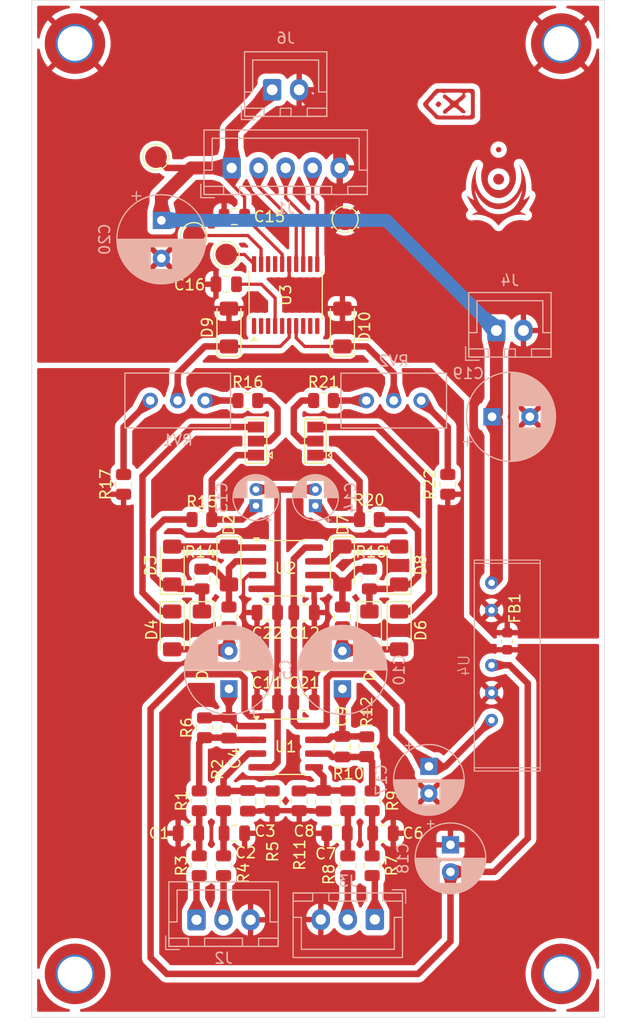
<source format=kicad_pcb>
(kicad_pcb (version 20241229) (generator "pcbnew") (generator_version "9.0")
  (layers (0 "F.Cu" signal) (2 "B.Cu" signal) (13 "F.Paste" user) (15 "B.Paste" user) (5 "F.SilkS" user "F.Silkscreen") (7 "B.SilkS" user "B.Silkscreen") (1 "F.Mask" user) (3 "B.Mask" user) (25 "Edge.Cuts" user))
  (net 0 "")
  (net 1 "Net-(C1-Pad1)")
  (net 2 "GNDA")
  (net 3 "Net-(C2-Pad1)")
  (net 4 "Net-(U1A-+)")
  (net 5 "Net-(U1A--)")
  (net 6 "Net-(C4-Pad2)")
  (net 7 "Net-(D1-A)")
  (net 8 "Net-(C6-Pad1)")
  (net 9 "Net-(C7-Pad1)")
  (net 10 "Net-(U1B-+)")
  (net 11 "Net-(C10-Pad1)")
  (net 12 "Net-(U1B--)")
  (net 13 "Net-(D5-A)")
  (net 14 "-15V")
  (net 15 "+15V")
  (net 16 "Net-(JP1-A)")
  (net 17 "Net-(JP2-A)")
  (net 18 "GNDD")
  (net 19 "Net-(U3-PC3{slash}RST)")
  (net 20 "+5V")
  (net 21 "Net-(D1-K)")
  (net 22 "Net-(D2-A)")
  (net 23 "Net-(D2-K)")
  (net 24 "Net-(D4-K)")
  (net 25 "Net-(D5-K)")
  (net 26 "Net-(D6-K)")
  (net 27 "Net-(D7-A)")
  (net 28 "Net-(D7-K)")
  (net 29 "L")
  (net 30 "R")
  (net 31 "MOSI")
  (net 32 "LATCH")
  (net 33 "SCK")
  (net 34 "L+")
  (net 35 "L-")
  (net 36 "R+")
  (net 37 "R-")
  (net 38 "Net-(JP1-C)")
  (net 39 "Net-(JP2-C)")
  (net 40 "Net-(R16-Pad1)")
  (net 41 "Net-(R17-Pad2)")
  (net 42 "Net-(R21-Pad1)")
  (net 43 "Net-(R22-Pad2)")
  (net 44 "Net-(U3-PC19{slash}SWCLK)")
  (net 45 "Net-(U3-PC18{slash}SWDIO)")
  (footprint "Resistor_SMD:R_0805_2012Metric" (layer "F.Cu") (at 74.25 119 -90)
    (property "Reference" "R5")
    (property "Value" "20k")
  )
  (footprint "Capacitor_SMD:C_0805_2012Metric" (layer "F.Cu") (at 70.25 112.25 90)
    (property "Reference" "C4")
    (property "Value" "10")
  )
  (footprint "Diode_SMD:D_MiniMELF" (layer "F.Cu") (at 86 103.25 -90)
    (property "Reference" "D6")
    (property "Value" "4148")
  )
  (footprint "TestPoint:TestPoint_Pad_D2.0mm" (layer "F.Cu") (at 63.5 59.5)
    (property "Reference" "TP5" (hide yes))
    (property "Value" "5V")
  )
  (footprint "Resistor_SMD:R_0805_2012Metric" (layer "F.Cu") (at 69.75 125 90)
    (property "Reference" "R4")
    (property "Value" "13.3k")
  )
  (footprint "Capacitor_SMD:C_0805_2012Metric" (layer "F.Cu") (at 70 71.25 180)
    (property "Reference" "C16")
    (property "Value" "0.1u")
  )
  (footprint "Capacitor_SMD:C_0805_2012Metric" (layer "F.Cu") (at 80.75 114 90)
    (property "Reference" "C9")
    (property "Value" "10")
  )
  (footprint "Resistor_SMD:R_0805_2012Metric" (layer "F.Cu") (at 83.25 98.5 90)
    (property "Reference" "R18")
    (property "Value" "47k")
  )
  (footprint "Capacitor_SMD:C_0805_2012Metric" (layer "F.Cu") (at 79 119 -90)
    (property "Reference" "C8")
    (property "Value" "10")
  )
  (footprint "Resistor_SMD:R_0805_2012Metric" (layer "F.Cu") (at 83 114 90)
    (property "Reference" "R12")
    (property "Value" "20k")
  )
  (footprint "MountingHole:MountingHole_3.2mm_M3_DIN965_Pad_TopOnly" (layer "F.Cu") (at 56 49)
    (property "Reference" "H1" (hide yes))
    (property "Value" "MountingHole_Pad")
  )
  (footprint "TestPoint:TestPoint_Pad_D2.0mm" (layer "F.Cu") (at 70 68.5)
    (property "Reference" "TP1" (hide yes))
    (property "Value" "SWCLK")
  )
  (footprint "Package_SO:TSSOP-20_4.4x6.5mm_P0.65mm" (layer "F.Cu") (at 75.5 72.25 90)
    (property "Reference" "U3")
    (property "Value" "CH32X035F7P6")
  )
  (footprint "Package_SO:SOP-8_3.9x4.9mm_P1.27mm" (layer "F.Cu") (at 75.5 97.5)
    (property "Reference" "U2")
    (property "Value" "LM2904")
  )
  (footprint "Resistor_SMD:R_0805_2012Metric" (layer "F.Cu") (at 81.25 119 90)
    (property "Reference" "R10")
    (property "Value" "13.3k")
  )
  (footprint "Resistor_SMD:R_0805_2012Metric" (layer "F.Cu") (at 70.25 102 90)
    (property "Reference" "R13")
    (property "Value" "47k")
  )
  (footprint "MountingHole:MountingHole_3.2mm_M3_DIN965_Pad_TopOnly" (layer "F.Cu") (at 56 135)
    (property "Reference" "H3" (hide yes))
    (property "Value" "MountingHole_Pad")
  )
  (footprint "Resistor_SMD:R_0805_2012Metric" (layer "F.Cu") (at 83.5 125 90)
    (property "Reference" "R7")
    (property "Value" "13.3k")
  )
  (footprint "Resistor_SMD:R_0805_2012Metric" (layer "F.Cu") (at 67.5 119 90)
    (property "Reference" "R1")
    (property "Value" "13.3k")
  )
  (footprint "Resistor_SMD:R_0805_2012Metric" (layer "F.Cu") (at 60.5 89.75 90)
    (property "Reference" "R17")
    (property "Value" "?")
  )
  (footprint "Diode_SMD:D_MiniMELF" (layer "F.Cu") (at 86 97.25 90)
    (property "Reference" "D8")
    (property "Value" "4148")
  )
  (footprint "Capacitor_SMD:C_0805_2012Metric" (layer "F.Cu") (at 80.25 122 180)
    (property "Reference" "C7")
    (property "Value" "47")
  )
  (footprint "Capacitor_SMD:C_0805_2012Metric" (layer "F.Cu") (at 72 119 -90)
    (property "Reference" "C3")
    (property "Value" "10")
  )
  (footprint "Capacitor_SMD:C_0805_2012Metric" (layer "F.Cu") (at 66.5 122 180)
    (property "Reference" "C1")
    (property "Value" "47")
  )
  (footprint "MountingHole:MountingHole_3.2mm_M3_DIN965_Pad_TopOnly" (layer "F.Cu") (at 101 49)
    (property "Reference" "H2" (hide yes))
    (property "Value" "MountingHole_Pad")
  )
  (footprint "Inductor_SMD:L_0603_1608Metric" (layer "F.Cu") (at 96 104.25 90)
    (property "Reference" "FB1")
    (property "Value" "~")
  )
  (footprint "Capacitor_SMD:C_0805_2012Metric" (layer "F.Cu") (at 73.8 101.6)
    (property "Reference" "C22")
    (property "Value" "0.1u")
  )
  (footprint "Capacitor_SMD:C_0805_2012Metric" (layer "F.Cu") (at 77.2 109.9)
    (property "Reference" "C21")
    (property "Value" "0.1u")
  )
  (footprint "Resistor_SMD:R_0805_2012Metric" (layer "F.Cu") (at 67.75 98.5 90)
    (property "Reference" "R14")
    (property "Value" "47k")
  )
  (footprint "Diode_SMD:D_MiniMELF" (layer "F.Cu") (at 80.75 97.25 -90)
    (property "Reference" "D7")
    (property "Value" "4148")
  )
  (footprint "Resistor_SMD:R_0805_2012Metric" (layer "F.Cu") (at 67.5 125 90)
    (property "Reference" "R3")
    (property "Value" "13.3k")
  )
  (footprint "Capacitor_SMD:C_0805_2012Metric" (layer "F.Cu") (at 77.2 101.6)
    (property "Reference" "C12")
    (property "Value" "0.1u")
  )
  (footprint "Diode_SMD:D_MiniMELF" (layer "F.Cu") (at 65 97.25 90)
    (property "Reference" "D3")
    (property "Value" "4148")
  )
  (footprint "Diode_SMD:D_MiniMELF" (layer "F.Cu") (at 70.25 75.25 90)
    (property "Reference" "D9")
    (property "Value" "5.1V")
  )
  (footprint "Logos:chernoburkv_F_Cu" (layer "F.Cu") (at 95.2 62.2)
    (property "Reference" "REF**" (hide yes))
    (property "Value" "chernoburkv_F_Cu")
  )
  (footprint "Capacitor_SMD:C_0805_2012Metric" (layer "F.Cu") (at 73.8 109.9)
    (property "Reference" "C11")
    (property "Value" "0.1u")
  )
  (footprint "Resistor_SMD:R_0805_2012Metric" (layer "F.Cu") (at 90.5 89.75 90)
    (property "Reference" "R22")
    (property "Value" "?")
  )
  (footprint "Resistor_SMD:R_0805_2012Metric" (layer "F.Cu") (at 67.75 93)
    (property "Reference" "R15")
    (property "Value" "1k")
  )
  (footprint "Diode_SMD:D_MiniMELF" (layer "F.Cu") (at 83.25 103.25 -90)
    (property "Reference" "D5")
    (property "Value" "4148")
  )
  (footprint "Jumper:SolderJumper-3_P1.3mm_Open_Pad1.0x1.5mm" (layer "F.Cu") (at 72.75 85.75 90)
    (property "Reference" "JP1" (hide yes))
    (property "Value" "L Input")
  )
  (footprint "Resistor_SMD:R_0805_2012Metric" (layer "F.Cu") (at 79 82 180)
    (property "Reference" "R21")
    (property "Value" "?")
  )
  (footprint "Resistor_SMD:R_0805_2012Metric" (layer "F.Cu") (at 80.75 102 90)
    (property "Reference" "R19")
    (property "Value" "47k")
  )
  (footprint "Jumper:SolderJumper-3_P1.3mm_Open_Pad1.0x1.5mm" (layer "F.Cu") (at 78.25 85.75 90)
    (property "Reference" "JP2" (hide yes))
    (property "Value" "R Input")
  )
  (footprint "Diode_SMD:D_MiniMELF" (layer "F.Cu") (at 67.75 103.25 -90)
    (property "Reference" "D1")
    (property "Value" "4148")
  )
  (footprint "Resistor_SMD:R_0805_2012Metric" (layer "F.Cu") (at 69.75 119 90)
    (property "Reference" "R2")
    (property "Value" "13.3k")
  )
  (footprint "MountingHole:MountingHole_3.2mm_M3_DIN965_Pad_TopOnly" (layer "F.Cu") (at 101 135)
    (property "Reference" "H4" (hide yes))
    (property "Value" "MountingHole_Pad")
  )
  (footprint "Resistor_SMD:R_0805_2012Metric" (layer "F.Cu") (at 68 112.25 90)
    (property "Reference" "R6")
    (property "Value" "20k")
  )
  (footprint "Capacitor_SMD:C_0805_2012Metric" (layer "F.Cu") (at 70.75 65 180)
    (property "Reference" "C15")
    (property "Value" "0.1u")
  )
  (footprint "Logos:0x08_F_Cu" (layer "F.Cu") (at 90.6 54.6)
    (property "Reference" "REF**" (hide yes))
    (property "Value" "0x08_F_Cu")
  )
  (footprint "Resistor_SMD:R_0805_2012Metric" (layer "F.Cu") (at 76.75 119 -90)
    (property "Reference" "R11")
    (property "Value" "20k")
  )
  (footprint "TestPoint:TestPoint_Pad_D2.0mm" (layer "F.Cu") (at 81 65.25)
    (property "Reference" "TP3" (hide yes))
    (property "Value" "GNDD")
  )
  (footprint "TestPoint:TestPoint_Pad_D2.0mm" (layer "F.Cu") (at 67 66.75)
    (property "Reference" "TP4" (hide yes))
    (property "Value" "SWDIO")
  )
  (footprint "Package_SO:SOP-8_3.9x4.9mm_P1.27mm" (layer "F.Cu") (at 75.5 114)
    (property "Reference" "U1")
    (property "Value" "LM2904")
  )
  (footprint "Resistor_SMD:R_0805_2012Metric" (layer "F.Cu") (at 83.25 93 180)
    (property "Reference" "R20")
    (property "Value" "1k")
  )
  (footprint "Capacitor_SMD:C_0805_2012Metric" (layer "F.Cu") (at 84.5 122)
    (property "Reference" "C6")
    (property "Value" "47")
  )
  (footprint "Resistor_SMD:R_0805_2012Metric" (layer "F.Cu") (at 83.5 119 90)
    (property "Reference" "R9")
    (property "Value" "13.3k")
  )
  (footprint "Diode_SMD:D_MiniMELF" (layer "F.Cu") (at 70.25 97.25 -90)
    (property "Reference" "D2")
    (property "Value" "4148")
  )
  (footprint "Capacitor_SMD:C_0805_2012Metric" (layer "F.Cu") (at 70.75 122)
    (property "Reference" "C2")
    (property "Value" "47")
  )
  (footprint "Resistor_SMD:R_0805_2012Metric" (layer "F.Cu") (at 72 82)
    (property "Reference" "R16")
    (property "Value" "?")
  )
  (footprint "Diode_SMD:D_MiniMELF" (layer "F.Cu") (at 80.75 75.25 90)
    (property "Reference" "D10")
    (property "Value" "5.1V")
  )
  (footprint "Diode_SMD:D_MiniMELF" (layer "F.Cu") (at 65 103.25 -90)
    (property "Reference" "D4")
    (property "Value" "4148")
  )
  (footprint "Resistor_SMD:R_0805_2012Metric" (layer "F.Cu") (at 81.25 125 90)
    (property "Reference" "R8")
    (property "Value" "13.3k")
  )
  (footprint "Capacitor_THT:CP_Radial_D6.3mm_P2.50mm" (layer "B.Cu") (at 90.75 123.06762 -90)
    (property "Reference" "C18")
    (property "Value" "47u")
  )
  (footprint "Custom_Symbols:DPU01L-15" (layer "B.Cu") (at 94.55 98.85 -90)
    (property "Reference" "U4")
    (property "Value" "DPU01L-15")
  )
  (footprint "Capacitor_THT:CP_Radial_D4.0mm_P1.50mm" (layer "B.Cu") (at 72.75 91.722599 90)
    (property "Reference" "C13")
    (property "Value" "1u")
  )
  (footprint "Connector_JST:JST_XH_B3B-XH-A_1x03_P2.50mm_Vertical" (layer "B.Cu") (at 83.75 129.975 180)
    (property "Reference" "J3")
    (property "Value" "R")
  )
  (footprint "Potentiometer_THT:Potentiometer_Bourns_3296W_Vertical" (layer "B.Cu") (at 82.96 82 180)
    (property "Reference" "RV2")
    (property "Value" "?")
  )
  (footprint "Connector_JST:JST_XH_B2B-XH-A_1x02_P2.50mm_Vertical" (layer "B.Cu") (at 95 75.525)
    (property "Reference" "J4")
    (property "Value" "+5V")
  )
  (footprint "Capacitor_THT:CP_Radial_D8.0mm_P3.50mm" (layer "B.Cu") (at 80.75 108.652651 90)
    (property "Reference" "C10")
    (property "Value" "220u")
  )
  (footprint "Connector_JST:JST_XH_B3B-XH-A_1x03_P2.50mm_Vertical" (layer "B.Cu") (at 67.25 130)
    (property "Reference" "J2")
    (property "Value" "L")
  )
  (footprint "Connector_JST:JST_XH_B5B-XH-A_1x05_P2.50mm_Vertical" (layer "B.Cu") (at 70.5 60.5)
    (property "Reference" "J1")
    (property "Value" "SPI")
  )
  (footprint "Potentiometer_THT:Potentiometer_Bourns_3296W_Vertical" (layer "B.Cu") (at 68.05 82)
    (property "Reference" "RV1")
    (property "Value" "?")
  )
  (footprint "Capacitor_THT:CP_Radial_D6.3mm_P2.50mm" (layer "B.Cu") (at 88.75 115.817621 -90)
    (property "Reference" "C17")
    (property "Value" "47u")
  )
  (footprint "Capacitor_THT:CP_Radial_D8.0mm_P3.50mm" (layer "B.Cu") (at 64 65.347349 -90)
    (property "Reference" "C20")
    (property "Value" "220u")
  )
  (footprint "Capacitor_THT:CP_Radial_D8.0mm_P3.50mm" (layer "B.Cu") (at 94.597349 83.5)
    (property "Reference" "C19")
    (property "Value" "220u")
  )
  (footprint "Capacitor_THT:CP_Radial_D4.0mm_P1.50mm" (layer "B.Cu") (at 78.25 91.7226 90)
    (property "Reference" "C14")
    (property "Value" "1u")
  )
  (footprint "Capacitor_THT:CP_Radial_D8.0mm_P3.50mm" (layer "B.Cu") (at 70.25 108.652651 90)
    (property "Reference" "C5")
    (property "Value" "220u")
  )
  (footprint "Connector_JST:JST_XH_B2B-XH-A_1x02_P2.50mm_Vertical" (layer "B.Cu") (at 74.25 53.275)
    (property "Reference" "J6")
    (property "Value" "+3.3V")
  )
  (gr_rect (start 52 45) (end 105 139) (stroke (width 0.05)) (fill no) (layer "Edge.Cuts"))
  (segment (start 67.5 121.95) (end 67.45 122) (width 0.6) (layer "F.Cu") (net 1))
  (segment (start 67.5 119.9125) (end 67.5 121.95) (width 0.6) (layer "F.Cu") (net 1))
  (segment (start 67.5 124.0875) (end 67.5 122.05) (width 0.6) (layer "F.Cu") (net 1))
  (segment (start 67.5 122.05) (end 67.45 122) (width 0.6) (layer "F.Cu") (net 1))
  (segment (start 72.050001 98.135) (end 71.6 98.585001) (width 0.3) (layer "F.Cu") (net 2))
  (segment (start 79.8 106.3) (end 79.9 106.4) (width 0.3) (layer "F.Cu") (net 2))
  (segment (start 69.4 106.4) (end 71.1 106.4) (width 0.3) (layer "F.Cu") (net 2))
  (segment (start 81.6 106.4) (end 81.7 106.3) (width 0.3) (layer "F.Cu") (net 2))
  (segment (start 71.1 106.4) (end 71.2 106.3) (width 0.3) (layer "F.Cu") (net 2))
  (segment (start 69.3 106.3) (end 69.4 106.4) (width 0.3) (layer "F.Cu") (net 2))
  (segment (start 72.875 98.135) (end 72.050001 98.135) (width 0.3) (layer "F.Cu") (net 2))
  (segment (start 79.9 106.4) (end 81.6 106.4) (width 0.3) (layer "F.Cu") (net 2))
  (segment (start 71.6 98.585001) (end 71.6 100.3) (width 0.3) (layer "F.Cu") (net 2))
  (segment (start 69.75 124.0875) (end 69.75 122.05) (width 0.6) (layer "F.Cu") (net 3))
  (segment (start 69.75 122.05) (end 69.8 122) (width 0.6) (layer "F.Cu") (net 3))
  (segment (start 69.75 121.95) (end 69.8 122) (width 0.6) (layer "F.Cu") (net 3))
  (segment (start 69.75 119.9125) (end 69.75 121.95) (width 0.6) (layer "F.Cu") (net 3))
  (segment (start 74.2125 118.05) (end 74.25 118.0875) (width 0.6) (layer "F.Cu") (net 4))
  (segment (start 72.050001 114.635) (end 69.75 116.935001) (width 0.6) (layer "F.Cu") (net 4))
  (segment (start 69.75 116.935001) (end 69.75 118.0875) (width 0.6) (layer "F.Cu") (net 4))
  (segment (start 72.875 114.635) (end 72.050001 114.635) (width 0.6) (layer "F.Cu") (net 4))
  (segment (start 72 118.05) (end 74.2125 118.05) (width 0.6) (layer "F.Cu") (net 4))
  (segment (start 71.9625 118.0875) (end 72 118.05) (width 0.6) (layer "F.Cu") (net 4))
  (segment (start 69.75 118.0875) (end 71.9625 118.0875) (width 0.6) (layer "F.Cu") (net 4))
  (segment (start 67.5 113.6625) (end 68 113.1625) (width 0.6) (layer "F.Cu") (net 5))
  (segment (start 68 113.1625) (end 70.2125 113.1625) (width 0.6) (layer "F.Cu") (net 5))
  (segment (start 72.875 113.365) (end 70.415 113.365) (width 0.6) (layer "F.Cu") (net 5))
  (segment (start 70.415 113.365) (end 70.25 113.2) (width 0.6) (layer "F.Cu") (net 5))
  (segment (start 67.5 118.0875) (end 67.5 113.6625) (width 0.6) (layer "F.Cu") (net 5))
  (segment (start 70.2125 113.1625) (end 70.25 113.2) (width 0.6) (layer "F.Cu") (net 5))
  (segment (start 70.2125 111.3375) (end 70.25 111.3) (width 0.6) (layer "F.Cu") (net 6))
  (segment (start 70.25 111.3) (end 70.25 108.652651) (width 0.6) (layer "F.Cu") (net 6))
  (segment (start 71.045 112.095) (end 72.875 112.095) (width 0.6) (layer "F.Cu") (net 6))
  (segment (start 70.25 111.3) (end 71.045 112.095) (width 0.6) (layer "F.Cu") (net 6))
  (segment (start 68 111.3375) (end 70.2125 111.3375) (width 0.6) (layer "F.Cu") (net 6))
  (segment (start 67.75 105) (end 70.097349 105) (width 0.6) (layer "F.Cu") (net 7))
  (segment (start 67.75 105) (end 65 105) (width 0.6) (layer "F.Cu") (net 7))
  (segment (start 70.25 102.9125) (end 70.25 105.152651) (width 0.6) (layer "F.Cu") (net 7))
  (segment (start 70.097349 105) (end 70.25 105.152651) (width 0.6) (layer "F.Cu") (net 7))
  (segment (start 83.5 122.05) (end 83.55 122) (width 0.6) (layer "F.Cu") (net 8))
  (segment (start 83.5 124.0875) (end 83.5 122.05) (width 0.6) (layer "F.Cu") (net 8))
  (segment (start 83.5 121.95) (end 83.55 122) (width 0.6) (layer "F.Cu") (net 8))
  (segment (start 83.5 119.9125) (end 83.5 121.95) (width 0.6) (layer "F.Cu") (net 8))
  (segment (start 81.25 119.9125) (end 81.25 121.95) (width 0.6) (layer "F.Cu") (net 9))
  (segment (start 81.25 121.95) (end 81.2 122) (width 0.6) (layer "F.Cu") (net 9))
  (segment (start 81.25 124.0875) (end 81.25 122.05) (width 0.6) (layer "F.Cu") (net 9))
  (segment (start 81.25 122.05) (end 81.2 122) (width 0.6) (layer "F.Cu") (net 9))
  (segment (start 79 118.05) (end 76.7875 118.05) (width 0.6) (layer "F.Cu") (net 10))
  (segment (start 79 118.05) (end 81.2125 118.05) (width 0.6) (layer "F.Cu") (net 10))
  (segment (start 76.7875 118.05) (end 76.75 118.0875) (width 0.6) (layer "F.Cu") (net 10))
  (segment (start 81.2125 118.05) (end 81.25 118.0875) (width 0.6) (layer "F.Cu") (net 10))
  (segment (start 79 116.78) (end 78.125 115.905) (width 0.6) (layer "F.Cu") (net 10))
  (segment (start 79 118.05) (end 79 116.78) (width 0.6) (layer "F.Cu") (net 10))
  (segment (start 80.75 108.652651) (end 80.75 113.05) (width 0.6) (layer "F.Cu") (net 11))
  (segment (start 80.75 113.05) (end 82.9625 113.05) (width 0.6) (layer "F.Cu") (net 11))
  (segment (start 79.435 113.365) (end 79.75 113.05) (width 0.6) (layer "F.Cu") (net 11))
  (segment (start 78.125 113.365) (end 79.435 113.365) (width 0.6) (layer "F.Cu") (net 11))
  (segment (start 79.75 113.05) (end 80.75 113.05) (width 0.6) (layer "F.Cu") (net 11))
  (segment (start 82.9625 113.05) (end 83 113.0875) (width 0.6) (layer "F.Cu") (net 11))
  (segment (start 83.5 115.4125) (end 83 114.9125) (width 0.6) (layer "F.Cu") (net 12))
  (segment (start 79.5 114.635) (end 78.125 114.635) (width 0.6) (layer "F.Cu") (net 12))
  (segment (start 79.815 114.95) (end 79.5 114.635) (width 0.6) (layer "F.Cu") (net 12))
  (segment (start 80.75 114.95) (end 82.9625 114.95) (width 0.6) (layer "F.Cu") (net 12))
  (segment (start 83.5 118.0875) (end 83.5 115.4125) (width 0.6) (layer "F.Cu") (net 12))
  (segment (start 80.75 114.95) (end 79.815 114.95) (width 0.6) (layer "F.Cu") (net 12))
  (segment (start 82.9625 114.95) (end 83 114.9125) (width 0.6) (layer "F.Cu") (net 12))
  (segment (start 80.75 102.9125) (end 80.75 105.152651) (width 0.6) (layer "F.Cu") (net 13))
  (segment (start 83.25 105) (end 80.902651 105) (width 0.6) (layer "F.Cu") (net 13))
  (segment (start 80.902651 105) (end 80.75 105.152651) (width 0.6) (layer "F.Cu") (net 13))
  (segment (start 86 105) (end 83.25 105) (width 0.6) (layer "F.Cu") (net 13))
  (segment (start 72.2 111.2) (end 71.7 110.7) (width 0.6) (layer "F.Cu") (net 14))
  (segment (start 74.75 90.222599) (end 74.75 99.5) (width 0.6) (layer "F.Cu") (net 14))
  (segment (start 74.65 111.2) (end 72.2 111.2) (width 0.6) (layer "F.Cu") (net 14))
  (segment (start 94.80738 125.56762) (end 90.75 125.56762) (width 0.6) (layer "F.Cu") (net 14))
  (segment (start 97.9 122.475) (end 94.80738 125.56762) (width 0.6) (layer "F.Cu") (net 14))
  (segment (start 72.875 99.405) (end 74.655 99.405) (width 0.6) (layer "F.Cu") (net 14))
  (segment (start 74.75 111.75) (end 74.75 115.427499) (width 0.6) (layer "F.Cu") (net 14))
  (segment (start 74.75 90.222599) (end 78.25 90.2226) (width 0.6) (layer "F.Cu") (net 14))
  (segment (start 72.75 90.222599) (end 74.75 90.222599) (width 0.6) (layer "F.Cu") (net 14))
  (segment (start 74.75 111.3) (end 74.75 111.75) (width 0.6) (layer "F.Cu") (net 14))
  (segment (start 74.655 99.405) (end 74.75 99.5) (width 0.6) (layer "F.Cu") (net 14))
  (segment (start 63 133.5) (end 64.5 135) (width 0.6) (layer "F.Cu") (net 14))
  (segment (start 64.5 135) (end 87.75 135) (width 0.6) (layer "F.Cu") (net 14))
  (segment (start 66.2 107.3) (end 63 110.5) (width 0.6) (layer "F.Cu") (net 14))
  (segment (start 97.9 108.15) (end 97.9 122.475) (width 0.6) (layer "F.Cu") (net 14))
  (segment (start 74.75 107) (end 74.75 111.3) (width 0.6) (layer "F.Cu") (net 14))
  (segment (start 74.272499 115.905) (end 72.875 115.905) (width 0.6) (layer "F.Cu") (net 14))
  (segment (start 74.75 111.3) (end 74.65 111.2) (width 0.6) (layer "F.Cu") (net 14))
  (segment (start 90.75 132) (end 90.75 125.56762) (width 0.6) (layer "F.Cu") (net 14))
  (segment (start 96.22 106.47) (end 97.9 108.15) (width 0.6) (layer "F.Cu") (net 14))
  (segment (start 71.7 110.7) (end 71.7 107.7) (width 0.6) (layer "F.Cu") (net 14))
  (segment (start 94.55 106.47) (end 96.22 106.47) (width 0.6) (layer "F.Cu") (net 14))
  (segment (start 74.75 115.427499) (end 74.272499 115.905) (width 0.6) (layer "F.Cu") (net 14))
  (segment (start 63 110.5) (end 63 133.5) (width 0.6) (layer "F.Cu") (net 14))
  (segment (start 71.7 107.7) (end 71.3 107.3) (width 0.6) (layer "F.Cu") (net 14))
  (segment (start 71.3 107.3) (end 66.2 107.3) (width 0.6) (layer "F.Cu") (net 14))
  (segment (start 74.75 99.5) (end 74.75 107) (width 0.6) (layer "F.Cu") (net 14))
  (segment (start 87.75 135) (end 90.75 132) (width 0.6) (layer "F.Cu") (net 14))
  (segment (start 85.75 112.817621) (end 85.75 110.25) (width 0.6) (layer "F.Cu") (net 15))
  (segment (start 76.25 96.645001) (end 76.25 111.75) (width 0.6) (layer "F.Cu") (net 15))
  (segment (start 78.125 95.595) (end 77.300001 95.595) (width 0.6) (layer "F.Cu") (net 15))
  (segment (start 79.7 107.3) (end 79.3 107.7) (width 0.6) (layer "F.Cu") (net 15))
  (segment (start 85.75 110.25) (end 82.8 107.3) (width 0.6) (layer "F.Cu") (net 15))
  (segment (start 76.25 111.75) (end 76.595 112.095) (width 0.6) (layer "F.Cu") (net 15))
  (segment (start 79.3 107.7) (end 79.3 111.9) (width 0.6) (layer "F.Cu") (net 15))
  (segment (start 79.105 112.095) (end 78.125 112.095) (width 0.6) (layer "F.Cu") (net 15))
  (segment (start 82.8 107.3) (end 79.7 107.3) (width 0.6) (layer "F.Cu") (net 15))
  (segment (start 94.55 111.55) (end 90.282379 115.817621) (width 0.6) (layer "F.Cu") (net 15))
  (segment (start 79.3 111.9) (end 79.105 112.095) (width 0.6) (layer "F.Cu") (net 15))
  (segment (start 76.595 112.095) (end 78.125 112.095) (width 0.6) (layer "F.Cu") (net 15))
  (segment (start 88.75 115.817621) (end 85.75 112.817621) (width 0.6) (layer "F.Cu") (net 15))
  (segment (start 77.300001 95.595) (end 76.25 96.645001) (width 0.6) (layer "F.Cu") (net 15))
  (segment (start 90.282379 115.817621) (end 88.75 115.817621) (width 0.6) (layer "F.Cu") (net 15))
  (segment (start 71.472599 93) (end 72.75 91.722599) (width 0.6) (layer "F.Cu") (net 16))
  (segment (start 68.6625 89.3375) (end 68.6625 93) (width 0.6) (layer "F.Cu") (net 16))
  (segment (start 68.6625 93) (end 71.472599 93) (width 0.6) (layer "F.Cu") (net 16))
  (segment (start 70.95 87.05) (end 68.6625 89.3375) (width 0.6) (layer "F.Cu") (net 16))
  (segment (start 72.75 87.05) (end 70.95 87.05) (width 0.6) (layer "F.Cu") (net 16))
  (segment (start 79.5274 93) (end 78.25 91.7226) (width 0.6) (layer "F.Cu") (net 17))
  (segment (start 79.925 87.05) (end 78.25 87.05) (width 0.6) (layer "F.Cu") (net 17))
  (segment (start 82.3375 93) (end 82.3375 89.4625) (width 0.6) (layer "F.Cu") (net 17))
  (segment (start 82.3375 89.4625) (end 79.925 87.05) (width 0.6) (layer "F.Cu") (net 17))
  (segment (start 82.3375 93) (end 79.5274 93) (width 0.6) (layer "F.Cu") (net 17))
  (segment (start 75.825 69.3875) (end 75.825 70.925) (width 0.3) (layer "F.Cu") (net 18))
  (segment (start 75.75 71) (end 75.825 70.925) (width 0.3) (layer "F.Cu") (net 18))
  (segment (start 80.5 57.025) (end 76.75 53.275) (width 1.2) (layer "F.Cu") (net 18))
  (segment (start 80.5 60.5) (end 80.5 64.75) (width 0.6) (layer "F.Cu") (net 18))
  (segment (start 80.5 60.5) (end 80.5 57.025) (width 1.2) (layer "F.Cu") (net 18))
  (segment (start 80.5 64.75) (end 81 65.25) (width 0.6) (layer "F.Cu") (net 18))
  (segment (start 74.525 75.1125) (end 74.525 72.525) (width 0.3) (layer "F.Cu") (net 19))
  (segment (start 73.25 71.25) (end 70.95 71.25) (width 0.3) (layer "F.Cu") (net 19))
  (segment (start 74.525 72.525) (end 73.25 71.25) (width 0.3) (layer "F.Cu") (net 19))
  (segment (start 70.5 62) (end 71.7 63.2) (width 0.3) (layer "F.Cu") (net 20))
  (segment (start 64.5 60.5) (end 66.75 60.5) (width 0.6) (layer "F.Cu") (net 20))
  (segment (start 70.5 62) (end 70.5 60.5) (width 0.3) (layer "F.Cu") (net 20))
  (segment (start 95 75.525) (end 95 83.097349) (width 1.2) (layer "F.Cu") (net 20))
  (segment (start 70.5 60.5) (end 66.75 60.5) (width 1.2) (layer "F.Cu") (net 20))
  (segment (start 70.5 57.025) (end 74.25 53.275) (width 1.2) (layer "F.Cu") (net 20))
  (segment (start 70.5 60.5) (end 70.5 57.025) (width 1.2) (layer "F.Cu") (net 20))
  (segment (start 95 98.4) (end 94.55 98.85) (width 1.2) (layer "F.Cu") (net 20))
  (segment (start 66.75 60.5) (end 64 63.25) (width 1.2) (layer "F.Cu") (net 20))
  (segment (start 75.175 69.3875) (end 75.175 68.475) (width 0.3) (layer "F.Cu") (net 20))
  (segment (start 63.5 59.5) (end 64.5 60.5) (width 0.6) (layer "F.Cu") (net 20))
  (segment (start 75.175 68.475) (end 71.7 65) (width 0.3) (layer "F.Cu") (net 20))
  (segment (start 95 83.097349) (end 94.597349 83.5) (width 1.2) (layer "F.Cu") (net 20))
  (segment (start 95 83.902651) (end 95 98.4) (width 1.2) (layer "F.Cu") (net 20))
  (segment (start 71.7 63.2) (end 71.7 65) (width 0.3) (layer "F.Cu") (net 20))
  (segment (start 94.597349 83.5) (end 95 83.902651) (width 1.2) (layer "F.Cu") (net 20))
  (segment (start 64 63.25) (end 64 65.347349) (width 1.2) (layer "F.Cu") (net 20))
  (segment (start 84.822349 65.347349) (end 95 75.525) (width 1.2) (layer "B.Cu") (net 20))
  (segment (start 64 65.347349) (end 84.822349 65.347349) (width 1.2) (layer "B.Cu") (net 20))
  (segment (start 64 99) (end 63.25 98.25) (width 0.6) (layer "F.Cu") (net 21))
  (segment (start 65.25 99) (end 64 99) (width 0.6) (layer "F.Cu") (net 21))
  (segment (start 64.25 93) (end 66.8375 93) (width 0.6) (layer "F.Cu") (net 21))
  (segment (start 63.25 94) (end 64.25 93) (width 0.6) (layer "F.Cu") (net 21))
  (segment (start 65.6625 99.4125) (end 65.25 99) (width 0.6) (layer "F.Cu") (net 21))
  (segment (start 63.25 98.25) (end 63.25 94) (width 0.6) (layer "F.Cu") (net 21))
  (segment (start 67.75 101.5) (end 67.75 99.4125) (width 0.6) (layer "F.Cu") (net 21))
  (segment (start 67.75 99.4125) (end 65.6625 99.4125) (width 0.6) (layer "F.Cu") (net 21))
  (segment (start 70.885 96.865) (end 70.25 97.5) (width 0.6) (layer "F.Cu") (net 22))
  (segment (start 70.25 97.5) (end 70.25 99) (width 0.6) (layer "F.Cu") (net 22))
  (segment (start 70.25 101.0875) (end 70.25 99) (width 0.6) (layer "F.Cu") (net 22))
  (segment (start 67.75 97.5875) (end 68.8375 97.5875) (width 0.6) (layer "F.Cu") (net 22))
  (segment (start 68.8375 97.5875) (end 70.25 99) (width 0.6) (layer "F.Cu") (net 22))
  (segment (start 72.875 96.865) (end 70.885 96.865) (width 0.6) (layer "F.Cu") (net 22))
  (segment (start 70.345 95.595) (end 70.25 95.5) (width 0.6) (layer "F.Cu") (net 23))
  (segment (start 72.875 95.595) (end 70.345 95.595) (width 0.6) (layer "F.Cu") (net 23))
  (segment (start 65.25 95.5) (end 70.25 95.5) (width 0.6) (layer "F.Cu") (net 23))
  (segment (start 62.25 89) (end 66.8 84.45) (width 0.6) (layer "F.Cu") (net 24))
  (segment (start 65 101.5) (end 64 101.5) (width 0.6) (layer "F.Cu") (net 24))
  (segment (start 66.8 84.45) (end 72.75 84.45) (width 0.6) (layer "F.Cu") (net 24))
  (segment (start 62.25 99.75) (end 62.25 89) (width 0.6) (layer "F.Cu") (net 24))
  (segment (start 64 101.5) (end 62.25 99.75) (width 0.6) (layer "F.Cu") (net 24))
  (segment (start 83.25 99.4125) (end 85.3375 99.4125) (width 0.6) (layer "F.Cu") (net 25))
  (segment (start 85.3375 99.4125) (end 85.75 99) (width 0.6) (layer "F.Cu") (net 25))
  (segment (start 86.75 93) (end 84.1625 93) (width 0.6) (layer "F.Cu") (net 25))
  (segment (start 83.25 101.5) (end 83.25 99.4125) (width 0.6) (layer "F.Cu") (net 25))
  (segment (start 85.75 99) (end 87 99) (width 0.6) (layer "F.Cu") (net 25))
  (segment (start 87.75 98.25) (end 87.75 94) (width 0.6) (layer "F.Cu") (net 25))
  (segment (start 87 99) (end 87.75 98.25) (width 0.6) (layer "F.Cu") (net 25))
  (segment (start 87.75 94) (end 86.75 93) (width 0.6) (layer "F.Cu") (net 25))
  (segment (start 83.95 84.45) (end 78.25 84.45) (width 0.6) (layer "F.Cu") (net 26))
  (segment (start 87 101.5) (end 88.75 99.75) (width 0.6) (layer "F.Cu") (net 26))
  (segment (start 86 101.5) (end 87 101.5) (width 0.6) (layer "F.Cu") (net 26))
  (segment (start 88.75 89.25) (end 83.95 84.45) (width 0.6) (layer "F.Cu") (net 26))
  (segment (start 88.75 99.75) (end 88.75 89.25) (width 0.6) (layer "F.Cu") (net 26))
  (segment (start 83.25 97.5875) (end 82.1625 97.5875) (width 0.6) (layer "F.Cu") (net 27))
  (segment (start 80.75 101.0875) (end 80.75 99) (width 0.6) (layer "F.Cu") (net 27))
  (segment (start 78.125 98.135) (end 79.885 98.135) (width 0.6) (layer "F.Cu") (net 27))
  (segment (start 79.885 98.135) (end 80.75 99) (width 0.6) (layer "F.Cu") (net 27))
  (segment (start 82.1625 97.5875) (end 80.75 99) (width 0.6) (layer "F.Cu") (net 27))
  (segment (start 78.125 96.865) (end 79.385 96.865) (width 0.6) (layer "F.Cu") (net 28))
  (segment (start 79.385 96.865) (end 80.75 95.5) (width 0.6) (layer "F.Cu") (net 28))
  (segment (start 80.75 95.5) (end 85.75 95.5) (width 0.6) (layer "F.Cu") (net 28))
  (segment (start 75 77) (end 70.25 77) (width 0.3) (layer "F.Cu") (net 29))
  (segment (start 75.825 75.1125) (end 75.825 76.175) (width 0.3) (layer "F.Cu") (net 29))
  (segment (start 68.01 77) (end 65.51 79.5) (width 0.6) (layer "F.Cu") (net 29))
  (segment (start 65.51 82) (end 65.51 79.5) (width 0.6) (layer "F.Cu") (net 29))
  (segment (start 75.825 76.175) (end 75 77) (width 0.3) (layer "F.Cu") (net 29))
  (segment (start 70.25 77) (end 68.01 77) (width 0.6) (layer "F.Cu") (net 29))
  (segment (start 85.5 82) (end 85.5 79.5) (width 0.6) (layer "F.Cu") (net 30))
  (segment (start 76.475 75.1125) (end 76.475 76.225) (width 0.3) (layer "F.Cu") (net 30))
  (segment (start 76.475 76.225) (end 77.25 77) (width 0.3) (layer "F.Cu") (net 30))
  (segment (start 77.25 77) (end 80.75 77) (width 0.3) (layer "F.Cu") (net 30))
  (segment (start 83 77) (end 85.5 79.5) (width 0.6) (layer "F.Cu") (net 30))
  (segment (start 80.75 77) (end 83 77) (width 0.6) (layer "F.Cu") (net 30))
  (segment (start 75.5 63.25) (end 75.5 60.5) (width 0.3) (layer "F.Cu") (net 31))
  (segment (start 77.125 64.875) (end 75.5 63.25) (width 0.3) (layer "F.Cu") (net 31))
  (segment (start 77.125 69.3875) (end 77.125 64.875) (width 0.3) (layer "F.Cu") (net 31))
  (segment (start 76.475 65.725) (end 73 62.25) (width 0.3) (layer "F.Cu") (net 32))
  (segment (start 73 62.25) (end 73 60.5) (width 0.3) (layer "F.Cu") (net 32))
  (segment (start 76.475 69.3875) (end 76.475 65.725) (width 0.3) (layer "F.Cu") (net 32))
  (segment (start 78.425 69.3875) (end 78.425 63.675) (width 0.3) (layer "F.Cu") (net 33))
  (segment (start 78.425 63.675) (end 78 63.25) (width 0.3) (layer "F.Cu") (net 33))
  (segment (start 78 63.25) (end 78 60.5) (width 0.3) (layer "F.Cu") (net 33))
  (segment (start 69.75 130) (end 69.75 125.9125) (width 0.6) (layer "F.Cu") (net 34))
  (segment (start 67.25 126.1625) (end 67.5 125.9125) (width 0.6) (layer "F.Cu") (net 35))
  (segment (start 67.25 130) (end 67.25 126.1625) (width 0.6) (layer "F.Cu") (net 35))
  (segment (start 81.25 129.975) (end 81.25 125.9125) (width 0.6) (layer "F.Cu") (net 36))
  (segment (start 83.75 129.975) (end 83.75 126.1625) (width 0.6) (layer "F.Cu") (net 37))
  (segment (start 83.75 126.1625) (end 83.5 125.9125) (width 0.6) (layer "F.Cu") (net 37))
  (segment (start 74 85.75) (end 72.75 85.75) (width 0.6) (layer "F.Cu") (net 38))
  (segment (start 74.75 85) (end 74.75 82.75) (width 0.6) (layer "F.Cu") (net 38))
  (segment (start 72.9125 82) (end 74 82) (width 0.6) (layer "F.Cu") (net 38))
  (segment (start 74 82) (end 74.75 82.75) (width 0.6) (layer "F.Cu") (net 38))
  (segment (start 74.75 85) (end 74 85.75) (width 0.6) (layer "F.Cu") (net 38))
  (segment (start 76.25 85) (end 76.25 82.75) (width 0.6) (layer "F.Cu") (net 39))
  (segment (start 77 85.75) (end 76.25 85) (width 0.6) (layer "F.Cu") (net 39))
  (segment (start 76.25 82.75) (end 77 82) (width 0.6) (layer "F.Cu") (net 39))
  (segment (start 77 82) (end 78.0875 82) (width 0.6) (layer "F.Cu") (net 39))
  (segment (start 78.25 85.75) (end 77 85.75) (width 0.6) (layer "F.Cu") (net 39))
  (segment (start 71.0875 82) (end 68.05 82) (width 0.6) (layer "F.Cu") (net 40))
  (segment (start 60.5 88.8375) (end 60.5 84.47) (width 0.6) (layer "F.Cu") (net 41))
  (segment (start 60.5 84.47) (end 62.97 82) (width 0.6) (layer "F.Cu") (net 41))
  (segment (start 79.9125 82) (end 82.96 82) (width 0.6) (layer "F.Cu") (net 42))
  (segment (start 90.5 84.46) (end 88.04 82) (width 0.6) (layer "F.Cu") (net 43))
  (segment (start 90.5 88.8375) (end 90.5 84.46) (width 0.6) (layer "F.Cu") (net 43))
  (segment (start 71.6875 68.5) (end 72.575 69.3875) (width 0.3) (layer "F.Cu") (net 44))
  (segment (start 70 68.5) (end 71.6875 68.5) (width 0.3) (layer "F.Cu") (net 44))
  (segment (start 73.225 67.975) (end 73.225 69.3875) (width 0.3) (layer "F.Cu") (net 45))
  (segment (start 67 66.75) (end 72 66.75) (width 0.3) (layer "F.Cu") (net 45))
  (segment (start 72 66.75) (end 73.225 67.975) (width 0.3) (layer "F.Cu") (net 45))
  (zone (net 2) (net_name "GNDA") (layer "F.Cu") (connect_pads (clearance 0.5)) (min_thickness 0.25) (fill yes (thermal_gap 0.5) (thermal_bridge_width 0.5) (island_removal_mode 1) (island_area_min 10))
    (polygon (pts (xy 52 139) (xy 52 79) (xy 89 79) (xy 92 82) (xy 92 100) (xy 92 102) (xy 94.5 104.5) (xy 105 104.5) (xy 105 139)))
  )
  (zone (net 18) (net_name "GNDD") (layer "F.Cu") (priority 1) (connect_pads (clearance 0.5)) (min_thickness 0.25) (fill yes (thermal_gap 0.5) (thermal_bridge_width 0.5) (island_removal_mode 1) (island_area_min 10))
    (polygon (pts (xy 105 104) (xy 94.75 104) (xy 92.5 101.75) (xy 92.5 100.25) (xy 92.5 81.75) (xy 89.25 78.5) (xy 52 78.5) (xy 52 45) (xy 105 45)))
  )
)
</source>
